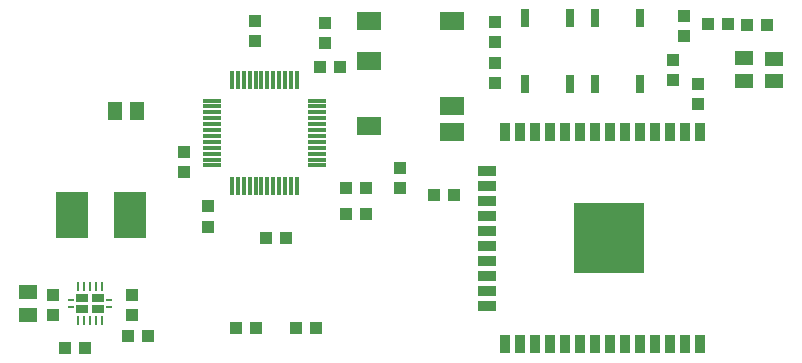
<source format=gtp>
G04 EAGLE Gerber RS-274X export*
G04 #@! %TF.Part,Single*
G04 #@! %TF.FileFunction,Paste,Top*
G04 #@! %TF.FilePolarity,Positive*
G04 #@! %TF.GenerationSoftware,Autodesk,EAGLE,9.5.2*
G04 #@! %TF.CreationDate,2020-03-16T13:55:46Z*
G75*
%MOMM*%
%FSLAX34Y34*%
%LPD*%
%INSolderpaste Top*%
%IPPOS*%
%AMOC8*
5,1,8,0,0,1.08239X$1,22.5*%
G01*
%ADD10R,1.100000X1.000000*%
%ADD11R,1.000000X1.100000*%
%ADD12R,1.300000X1.500000*%
%ADD13R,1.500000X1.300000*%
%ADD14C,0.230000*%
%ADD15R,0.575000X0.250000*%
%ADD16R,1.025000X0.650000*%
%ADD17R,0.230000X0.685000*%
%ADD18R,2.768600X3.987800*%
%ADD19R,0.762000X1.524000*%
%ADD20R,0.900000X1.500000*%
%ADD21R,1.500000X0.900000*%
%ADD22R,6.000000X6.000000*%
%ADD23R,1.500000X0.300000*%
%ADD24R,0.300000X1.500000*%
%ADD25R,2.000000X1.500000*%


D10*
X67400Y21600D03*
X50400Y21600D03*
X246300Y38900D03*
X263300Y38900D03*
D11*
X270500Y280200D03*
X270500Y297200D03*
X211700Y281600D03*
X211700Y298600D03*
D12*
X111500Y222300D03*
X92500Y222300D03*
D11*
X171700Y141800D03*
X171700Y124800D03*
D10*
X288800Y157300D03*
X305800Y157300D03*
X288800Y135300D03*
X305800Y135300D03*
D11*
X574500Y303300D03*
X574500Y286300D03*
D13*
X650800Y247900D03*
X650800Y266900D03*
D11*
X586700Y245800D03*
X586700Y228800D03*
D13*
X625800Y248400D03*
X625800Y267400D03*
X19200Y69000D03*
X19200Y50000D03*
D10*
X212500Y38900D03*
X195500Y38900D03*
D14*
X81600Y71350D03*
X76600Y71350D03*
X71600Y71350D03*
X66600Y71350D03*
X61600Y71350D03*
X61600Y48050D03*
X66600Y48050D03*
X71600Y48050D03*
X76600Y48050D03*
X81600Y48050D03*
D15*
X87725Y56950D03*
X87725Y62450D03*
D16*
X78225Y54950D03*
X78225Y64450D03*
X64975Y64450D03*
X64975Y54950D03*
D17*
X81600Y74775D03*
X76600Y74775D03*
X71600Y74775D03*
X66600Y74775D03*
X61600Y74775D03*
X61600Y44625D03*
X66600Y44625D03*
X71600Y44625D03*
X76600Y44625D03*
X81600Y44625D03*
D15*
X55475Y62450D03*
X55475Y56950D03*
D18*
X105638Y134200D03*
X56362Y134200D03*
D10*
X40500Y50200D03*
X40500Y67200D03*
D11*
X628200Y295300D03*
X645200Y295300D03*
D10*
X414700Y263000D03*
X414700Y246000D03*
D11*
X611800Y296500D03*
X594800Y296500D03*
D10*
X414500Y297700D03*
X414500Y280700D03*
D11*
X380300Y151500D03*
X363300Y151500D03*
D10*
X565500Y249200D03*
X565500Y266200D03*
D11*
X120900Y32300D03*
X103900Y32300D03*
D10*
X107400Y50200D03*
X107400Y67200D03*
X151600Y170600D03*
X151600Y187600D03*
X334600Y157500D03*
X334600Y174500D03*
D11*
X237900Y115100D03*
X220900Y115100D03*
X283200Y259700D03*
X266200Y259700D03*
D19*
X439850Y245660D03*
X439850Y301540D03*
X477950Y245660D03*
X477950Y301540D03*
X498950Y245760D03*
X498950Y301640D03*
X537050Y245760D03*
X537050Y301640D03*
D20*
X588000Y205000D03*
X575300Y205000D03*
X562600Y205000D03*
X549900Y205000D03*
X537200Y205000D03*
X524500Y205000D03*
X511800Y205000D03*
X499100Y205000D03*
X486400Y205000D03*
X473700Y205000D03*
X461000Y205000D03*
X448300Y205000D03*
X435600Y205000D03*
X422900Y205000D03*
D21*
X408000Y172150D03*
X408000Y159450D03*
X408000Y146750D03*
X408000Y134050D03*
X408000Y121350D03*
X408000Y108650D03*
X408000Y95950D03*
X408000Y83250D03*
X408000Y70550D03*
X408000Y57850D03*
D20*
X422900Y25000D03*
X435600Y25000D03*
X448300Y25000D03*
X461000Y25000D03*
X473700Y25000D03*
X486400Y25000D03*
X499100Y25000D03*
X511800Y25000D03*
X524500Y25000D03*
X537200Y25000D03*
X549900Y25000D03*
X562600Y25000D03*
X575300Y25000D03*
X588000Y25000D03*
D22*
X511000Y115000D03*
D23*
X174900Y231500D03*
X174900Y226500D03*
X174900Y221500D03*
X174900Y216500D03*
X174900Y211500D03*
X174900Y206500D03*
X174900Y201500D03*
X174900Y196500D03*
X174900Y191500D03*
X174900Y186500D03*
X174900Y181500D03*
X174900Y176500D03*
D24*
X191900Y159500D03*
X196900Y159500D03*
X201900Y159500D03*
X206900Y159500D03*
X211900Y159500D03*
X216900Y159500D03*
X221900Y159500D03*
X226900Y159500D03*
X231900Y159500D03*
X236900Y159500D03*
X241900Y159500D03*
X246900Y159500D03*
D23*
X263900Y176500D03*
X263900Y181500D03*
X263900Y186500D03*
X263900Y191500D03*
X263900Y196500D03*
X263900Y201500D03*
X263900Y206500D03*
X263900Y211500D03*
X263900Y216500D03*
X263900Y221500D03*
X263900Y226500D03*
X263900Y231500D03*
D24*
X246900Y248500D03*
X241900Y248500D03*
X236900Y248500D03*
X231900Y248500D03*
X226900Y248500D03*
X221900Y248500D03*
X216900Y248500D03*
X211900Y248500D03*
X206900Y248500D03*
X201900Y248500D03*
X196900Y248500D03*
X191900Y248500D03*
D25*
X308000Y299000D03*
X378000Y299000D03*
X308000Y265000D03*
X378000Y227000D03*
X378000Y205000D03*
X308000Y210000D03*
M02*

</source>
